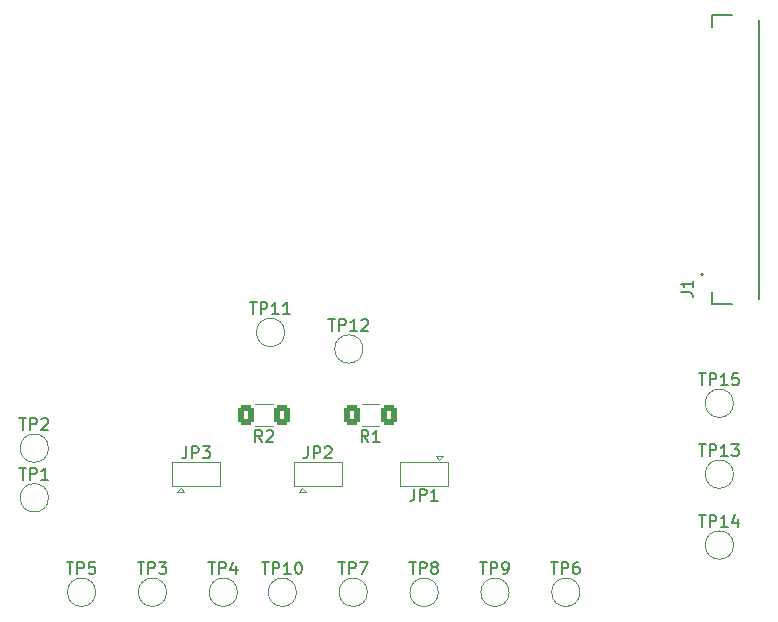
<source format=gto>
G04 #@! TF.GenerationSoftware,KiCad,Pcbnew,8.0.1*
G04 #@! TF.CreationDate,2024-04-26T23:06:05-04:00*
G04 #@! TF.ProjectId,eDP adapter,65445020-6164-4617-9074-65722e6b6963,rev?*
G04 #@! TF.SameCoordinates,Original*
G04 #@! TF.FileFunction,Legend,Top*
G04 #@! TF.FilePolarity,Positive*
%FSLAX46Y46*%
G04 Gerber Fmt 4.6, Leading zero omitted, Abs format (unit mm)*
G04 Created by KiCad (PCBNEW 8.0.1) date 2024-04-26 23:06:05*
%MOMM*%
%LPD*%
G01*
G04 APERTURE LIST*
G04 Aperture macros list*
%AMRoundRect*
0 Rectangle with rounded corners*
0 $1 Rounding radius*
0 $2 $3 $4 $5 $6 $7 $8 $9 X,Y pos of 4 corners*
0 Add a 4 corners polygon primitive as box body*
4,1,4,$2,$3,$4,$5,$6,$7,$8,$9,$2,$3,0*
0 Add four circle primitives for the rounded corners*
1,1,$1+$1,$2,$3*
1,1,$1+$1,$4,$5*
1,1,$1+$1,$6,$7*
1,1,$1+$1,$8,$9*
0 Add four rect primitives between the rounded corners*
20,1,$1+$1,$2,$3,$4,$5,0*
20,1,$1+$1,$4,$5,$6,$7,0*
20,1,$1+$1,$6,$7,$8,$9,0*
20,1,$1+$1,$8,$9,$2,$3,0*%
G04 Aperture macros list end*
%ADD10C,0.150000*%
%ADD11C,0.120000*%
%ADD12C,0.127000*%
%ADD13C,0.200000*%
%ADD14C,2.000000*%
%ADD15R,1.000000X1.500000*%
%ADD16R,0.900000X0.250000*%
%ADD17R,0.900000X0.550000*%
%ADD18R,1.900000X1.400000*%
%ADD19RoundRect,0.250000X0.400000X0.625000X-0.400000X0.625000X-0.400000X-0.625000X0.400000X-0.625000X0*%
G04 APERTURE END LIST*
D10*
X91261905Y-113456819D02*
X91833333Y-113456819D01*
X91547619Y-114456819D02*
X91547619Y-113456819D01*
X92166667Y-114456819D02*
X92166667Y-113456819D01*
X92166667Y-113456819D02*
X92547619Y-113456819D01*
X92547619Y-113456819D02*
X92642857Y-113504438D01*
X92642857Y-113504438D02*
X92690476Y-113552057D01*
X92690476Y-113552057D02*
X92738095Y-113647295D01*
X92738095Y-113647295D02*
X92738095Y-113790152D01*
X92738095Y-113790152D02*
X92690476Y-113885390D01*
X92690476Y-113885390D02*
X92642857Y-113933009D01*
X92642857Y-113933009D02*
X92547619Y-113980628D01*
X92547619Y-113980628D02*
X92166667Y-113980628D01*
X93690476Y-114456819D02*
X93119048Y-114456819D01*
X93404762Y-114456819D02*
X93404762Y-113456819D01*
X93404762Y-113456819D02*
X93309524Y-113599676D01*
X93309524Y-113599676D02*
X93214286Y-113694914D01*
X93214286Y-113694914D02*
X93119048Y-113742533D01*
X94642857Y-114456819D02*
X94071429Y-114456819D01*
X94357143Y-114456819D02*
X94357143Y-113456819D01*
X94357143Y-113456819D02*
X94261905Y-113599676D01*
X94261905Y-113599676D02*
X94166667Y-113694914D01*
X94166667Y-113694914D02*
X94071429Y-113742533D01*
X96166666Y-125654819D02*
X96166666Y-126369104D01*
X96166666Y-126369104D02*
X96119047Y-126511961D01*
X96119047Y-126511961D02*
X96023809Y-126607200D01*
X96023809Y-126607200D02*
X95880952Y-126654819D01*
X95880952Y-126654819D02*
X95785714Y-126654819D01*
X96642857Y-126654819D02*
X96642857Y-125654819D01*
X96642857Y-125654819D02*
X97023809Y-125654819D01*
X97023809Y-125654819D02*
X97119047Y-125702438D01*
X97119047Y-125702438D02*
X97166666Y-125750057D01*
X97166666Y-125750057D02*
X97214285Y-125845295D01*
X97214285Y-125845295D02*
X97214285Y-125988152D01*
X97214285Y-125988152D02*
X97166666Y-126083390D01*
X97166666Y-126083390D02*
X97119047Y-126131009D01*
X97119047Y-126131009D02*
X97023809Y-126178628D01*
X97023809Y-126178628D02*
X96642857Y-126178628D01*
X97595238Y-125750057D02*
X97642857Y-125702438D01*
X97642857Y-125702438D02*
X97738095Y-125654819D01*
X97738095Y-125654819D02*
X97976190Y-125654819D01*
X97976190Y-125654819D02*
X98071428Y-125702438D01*
X98071428Y-125702438D02*
X98119047Y-125750057D01*
X98119047Y-125750057D02*
X98166666Y-125845295D01*
X98166666Y-125845295D02*
X98166666Y-125940533D01*
X98166666Y-125940533D02*
X98119047Y-126083390D01*
X98119047Y-126083390D02*
X97547619Y-126654819D01*
X97547619Y-126654819D02*
X98166666Y-126654819D01*
X129261905Y-119456819D02*
X129833333Y-119456819D01*
X129547619Y-120456819D02*
X129547619Y-119456819D01*
X130166667Y-120456819D02*
X130166667Y-119456819D01*
X130166667Y-119456819D02*
X130547619Y-119456819D01*
X130547619Y-119456819D02*
X130642857Y-119504438D01*
X130642857Y-119504438D02*
X130690476Y-119552057D01*
X130690476Y-119552057D02*
X130738095Y-119647295D01*
X130738095Y-119647295D02*
X130738095Y-119790152D01*
X130738095Y-119790152D02*
X130690476Y-119885390D01*
X130690476Y-119885390D02*
X130642857Y-119933009D01*
X130642857Y-119933009D02*
X130547619Y-119980628D01*
X130547619Y-119980628D02*
X130166667Y-119980628D01*
X131690476Y-120456819D02*
X131119048Y-120456819D01*
X131404762Y-120456819D02*
X131404762Y-119456819D01*
X131404762Y-119456819D02*
X131309524Y-119599676D01*
X131309524Y-119599676D02*
X131214286Y-119694914D01*
X131214286Y-119694914D02*
X131119048Y-119742533D01*
X132595238Y-119456819D02*
X132119048Y-119456819D01*
X132119048Y-119456819D02*
X132071429Y-119933009D01*
X132071429Y-119933009D02*
X132119048Y-119885390D01*
X132119048Y-119885390D02*
X132214286Y-119837771D01*
X132214286Y-119837771D02*
X132452381Y-119837771D01*
X132452381Y-119837771D02*
X132547619Y-119885390D01*
X132547619Y-119885390D02*
X132595238Y-119933009D01*
X132595238Y-119933009D02*
X132642857Y-120028247D01*
X132642857Y-120028247D02*
X132642857Y-120266342D01*
X132642857Y-120266342D02*
X132595238Y-120361580D01*
X132595238Y-120361580D02*
X132547619Y-120409200D01*
X132547619Y-120409200D02*
X132452381Y-120456819D01*
X132452381Y-120456819D02*
X132214286Y-120456819D01*
X132214286Y-120456819D02*
X132119048Y-120409200D01*
X132119048Y-120409200D02*
X132071429Y-120361580D01*
X92261905Y-135456819D02*
X92833333Y-135456819D01*
X92547619Y-136456819D02*
X92547619Y-135456819D01*
X93166667Y-136456819D02*
X93166667Y-135456819D01*
X93166667Y-135456819D02*
X93547619Y-135456819D01*
X93547619Y-135456819D02*
X93642857Y-135504438D01*
X93642857Y-135504438D02*
X93690476Y-135552057D01*
X93690476Y-135552057D02*
X93738095Y-135647295D01*
X93738095Y-135647295D02*
X93738095Y-135790152D01*
X93738095Y-135790152D02*
X93690476Y-135885390D01*
X93690476Y-135885390D02*
X93642857Y-135933009D01*
X93642857Y-135933009D02*
X93547619Y-135980628D01*
X93547619Y-135980628D02*
X93166667Y-135980628D01*
X94690476Y-136456819D02*
X94119048Y-136456819D01*
X94404762Y-136456819D02*
X94404762Y-135456819D01*
X94404762Y-135456819D02*
X94309524Y-135599676D01*
X94309524Y-135599676D02*
X94214286Y-135694914D01*
X94214286Y-135694914D02*
X94119048Y-135742533D01*
X95309524Y-135456819D02*
X95404762Y-135456819D01*
X95404762Y-135456819D02*
X95500000Y-135504438D01*
X95500000Y-135504438D02*
X95547619Y-135552057D01*
X95547619Y-135552057D02*
X95595238Y-135647295D01*
X95595238Y-135647295D02*
X95642857Y-135837771D01*
X95642857Y-135837771D02*
X95642857Y-136075866D01*
X95642857Y-136075866D02*
X95595238Y-136266342D01*
X95595238Y-136266342D02*
X95547619Y-136361580D01*
X95547619Y-136361580D02*
X95500000Y-136409200D01*
X95500000Y-136409200D02*
X95404762Y-136456819D01*
X95404762Y-136456819D02*
X95309524Y-136456819D01*
X95309524Y-136456819D02*
X95214286Y-136409200D01*
X95214286Y-136409200D02*
X95166667Y-136361580D01*
X95166667Y-136361580D02*
X95119048Y-136266342D01*
X95119048Y-136266342D02*
X95071429Y-136075866D01*
X95071429Y-136075866D02*
X95071429Y-135837771D01*
X95071429Y-135837771D02*
X95119048Y-135647295D01*
X95119048Y-135647295D02*
X95166667Y-135552057D01*
X95166667Y-135552057D02*
X95214286Y-135504438D01*
X95214286Y-135504438D02*
X95309524Y-135456819D01*
X105166666Y-129254819D02*
X105166666Y-129969104D01*
X105166666Y-129969104D02*
X105119047Y-130111961D01*
X105119047Y-130111961D02*
X105023809Y-130207200D01*
X105023809Y-130207200D02*
X104880952Y-130254819D01*
X104880952Y-130254819D02*
X104785714Y-130254819D01*
X105642857Y-130254819D02*
X105642857Y-129254819D01*
X105642857Y-129254819D02*
X106023809Y-129254819D01*
X106023809Y-129254819D02*
X106119047Y-129302438D01*
X106119047Y-129302438D02*
X106166666Y-129350057D01*
X106166666Y-129350057D02*
X106214285Y-129445295D01*
X106214285Y-129445295D02*
X106214285Y-129588152D01*
X106214285Y-129588152D02*
X106166666Y-129683390D01*
X106166666Y-129683390D02*
X106119047Y-129731009D01*
X106119047Y-129731009D02*
X106023809Y-129778628D01*
X106023809Y-129778628D02*
X105642857Y-129778628D01*
X107166666Y-130254819D02*
X106595238Y-130254819D01*
X106880952Y-130254819D02*
X106880952Y-129254819D01*
X106880952Y-129254819D02*
X106785714Y-129397676D01*
X106785714Y-129397676D02*
X106690476Y-129492914D01*
X106690476Y-129492914D02*
X106595238Y-129540533D01*
X127739819Y-112608333D02*
X128454104Y-112608333D01*
X128454104Y-112608333D02*
X128596961Y-112655952D01*
X128596961Y-112655952D02*
X128692200Y-112751190D01*
X128692200Y-112751190D02*
X128739819Y-112894047D01*
X128739819Y-112894047D02*
X128739819Y-112989285D01*
X128739819Y-111608333D02*
X128739819Y-112179761D01*
X128739819Y-111894047D02*
X127739819Y-111894047D01*
X127739819Y-111894047D02*
X127882676Y-111989285D01*
X127882676Y-111989285D02*
X127977914Y-112084523D01*
X127977914Y-112084523D02*
X128025533Y-112179761D01*
X75738095Y-135456819D02*
X76309523Y-135456819D01*
X76023809Y-136456819D02*
X76023809Y-135456819D01*
X76642857Y-136456819D02*
X76642857Y-135456819D01*
X76642857Y-135456819D02*
X77023809Y-135456819D01*
X77023809Y-135456819D02*
X77119047Y-135504438D01*
X77119047Y-135504438D02*
X77166666Y-135552057D01*
X77166666Y-135552057D02*
X77214285Y-135647295D01*
X77214285Y-135647295D02*
X77214285Y-135790152D01*
X77214285Y-135790152D02*
X77166666Y-135885390D01*
X77166666Y-135885390D02*
X77119047Y-135933009D01*
X77119047Y-135933009D02*
X77023809Y-135980628D01*
X77023809Y-135980628D02*
X76642857Y-135980628D01*
X78119047Y-135456819D02*
X77642857Y-135456819D01*
X77642857Y-135456819D02*
X77595238Y-135933009D01*
X77595238Y-135933009D02*
X77642857Y-135885390D01*
X77642857Y-135885390D02*
X77738095Y-135837771D01*
X77738095Y-135837771D02*
X77976190Y-135837771D01*
X77976190Y-135837771D02*
X78071428Y-135885390D01*
X78071428Y-135885390D02*
X78119047Y-135933009D01*
X78119047Y-135933009D02*
X78166666Y-136028247D01*
X78166666Y-136028247D02*
X78166666Y-136266342D01*
X78166666Y-136266342D02*
X78119047Y-136361580D01*
X78119047Y-136361580D02*
X78071428Y-136409200D01*
X78071428Y-136409200D02*
X77976190Y-136456819D01*
X77976190Y-136456819D02*
X77738095Y-136456819D01*
X77738095Y-136456819D02*
X77642857Y-136409200D01*
X77642857Y-136409200D02*
X77595238Y-136361580D01*
X129261905Y-131456819D02*
X129833333Y-131456819D01*
X129547619Y-132456819D02*
X129547619Y-131456819D01*
X130166667Y-132456819D02*
X130166667Y-131456819D01*
X130166667Y-131456819D02*
X130547619Y-131456819D01*
X130547619Y-131456819D02*
X130642857Y-131504438D01*
X130642857Y-131504438D02*
X130690476Y-131552057D01*
X130690476Y-131552057D02*
X130738095Y-131647295D01*
X130738095Y-131647295D02*
X130738095Y-131790152D01*
X130738095Y-131790152D02*
X130690476Y-131885390D01*
X130690476Y-131885390D02*
X130642857Y-131933009D01*
X130642857Y-131933009D02*
X130547619Y-131980628D01*
X130547619Y-131980628D02*
X130166667Y-131980628D01*
X131690476Y-132456819D02*
X131119048Y-132456819D01*
X131404762Y-132456819D02*
X131404762Y-131456819D01*
X131404762Y-131456819D02*
X131309524Y-131599676D01*
X131309524Y-131599676D02*
X131214286Y-131694914D01*
X131214286Y-131694914D02*
X131119048Y-131742533D01*
X132547619Y-131790152D02*
X132547619Y-132456819D01*
X132309524Y-131409200D02*
X132071429Y-132123485D01*
X132071429Y-132123485D02*
X132690476Y-132123485D01*
X129261905Y-125456819D02*
X129833333Y-125456819D01*
X129547619Y-126456819D02*
X129547619Y-125456819D01*
X130166667Y-126456819D02*
X130166667Y-125456819D01*
X130166667Y-125456819D02*
X130547619Y-125456819D01*
X130547619Y-125456819D02*
X130642857Y-125504438D01*
X130642857Y-125504438D02*
X130690476Y-125552057D01*
X130690476Y-125552057D02*
X130738095Y-125647295D01*
X130738095Y-125647295D02*
X130738095Y-125790152D01*
X130738095Y-125790152D02*
X130690476Y-125885390D01*
X130690476Y-125885390D02*
X130642857Y-125933009D01*
X130642857Y-125933009D02*
X130547619Y-125980628D01*
X130547619Y-125980628D02*
X130166667Y-125980628D01*
X131690476Y-126456819D02*
X131119048Y-126456819D01*
X131404762Y-126456819D02*
X131404762Y-125456819D01*
X131404762Y-125456819D02*
X131309524Y-125599676D01*
X131309524Y-125599676D02*
X131214286Y-125694914D01*
X131214286Y-125694914D02*
X131119048Y-125742533D01*
X132023810Y-125456819D02*
X132642857Y-125456819D01*
X132642857Y-125456819D02*
X132309524Y-125837771D01*
X132309524Y-125837771D02*
X132452381Y-125837771D01*
X132452381Y-125837771D02*
X132547619Y-125885390D01*
X132547619Y-125885390D02*
X132595238Y-125933009D01*
X132595238Y-125933009D02*
X132642857Y-126028247D01*
X132642857Y-126028247D02*
X132642857Y-126266342D01*
X132642857Y-126266342D02*
X132595238Y-126361580D01*
X132595238Y-126361580D02*
X132547619Y-126409200D01*
X132547619Y-126409200D02*
X132452381Y-126456819D01*
X132452381Y-126456819D02*
X132166667Y-126456819D01*
X132166667Y-126456819D02*
X132071429Y-126409200D01*
X132071429Y-126409200D02*
X132023810Y-126361580D01*
X81738095Y-135456819D02*
X82309523Y-135456819D01*
X82023809Y-136456819D02*
X82023809Y-135456819D01*
X82642857Y-136456819D02*
X82642857Y-135456819D01*
X82642857Y-135456819D02*
X83023809Y-135456819D01*
X83023809Y-135456819D02*
X83119047Y-135504438D01*
X83119047Y-135504438D02*
X83166666Y-135552057D01*
X83166666Y-135552057D02*
X83214285Y-135647295D01*
X83214285Y-135647295D02*
X83214285Y-135790152D01*
X83214285Y-135790152D02*
X83166666Y-135885390D01*
X83166666Y-135885390D02*
X83119047Y-135933009D01*
X83119047Y-135933009D02*
X83023809Y-135980628D01*
X83023809Y-135980628D02*
X82642857Y-135980628D01*
X83547619Y-135456819D02*
X84166666Y-135456819D01*
X84166666Y-135456819D02*
X83833333Y-135837771D01*
X83833333Y-135837771D02*
X83976190Y-135837771D01*
X83976190Y-135837771D02*
X84071428Y-135885390D01*
X84071428Y-135885390D02*
X84119047Y-135933009D01*
X84119047Y-135933009D02*
X84166666Y-136028247D01*
X84166666Y-136028247D02*
X84166666Y-136266342D01*
X84166666Y-136266342D02*
X84119047Y-136361580D01*
X84119047Y-136361580D02*
X84071428Y-136409200D01*
X84071428Y-136409200D02*
X83976190Y-136456819D01*
X83976190Y-136456819D02*
X83690476Y-136456819D01*
X83690476Y-136456819D02*
X83595238Y-136409200D01*
X83595238Y-136409200D02*
X83547619Y-136361580D01*
X85866666Y-125654819D02*
X85866666Y-126369104D01*
X85866666Y-126369104D02*
X85819047Y-126511961D01*
X85819047Y-126511961D02*
X85723809Y-126607200D01*
X85723809Y-126607200D02*
X85580952Y-126654819D01*
X85580952Y-126654819D02*
X85485714Y-126654819D01*
X86342857Y-126654819D02*
X86342857Y-125654819D01*
X86342857Y-125654819D02*
X86723809Y-125654819D01*
X86723809Y-125654819D02*
X86819047Y-125702438D01*
X86819047Y-125702438D02*
X86866666Y-125750057D01*
X86866666Y-125750057D02*
X86914285Y-125845295D01*
X86914285Y-125845295D02*
X86914285Y-125988152D01*
X86914285Y-125988152D02*
X86866666Y-126083390D01*
X86866666Y-126083390D02*
X86819047Y-126131009D01*
X86819047Y-126131009D02*
X86723809Y-126178628D01*
X86723809Y-126178628D02*
X86342857Y-126178628D01*
X87247619Y-125654819D02*
X87866666Y-125654819D01*
X87866666Y-125654819D02*
X87533333Y-126035771D01*
X87533333Y-126035771D02*
X87676190Y-126035771D01*
X87676190Y-126035771D02*
X87771428Y-126083390D01*
X87771428Y-126083390D02*
X87819047Y-126131009D01*
X87819047Y-126131009D02*
X87866666Y-126226247D01*
X87866666Y-126226247D02*
X87866666Y-126464342D01*
X87866666Y-126464342D02*
X87819047Y-126559580D01*
X87819047Y-126559580D02*
X87771428Y-126607200D01*
X87771428Y-126607200D02*
X87676190Y-126654819D01*
X87676190Y-126654819D02*
X87390476Y-126654819D01*
X87390476Y-126654819D02*
X87295238Y-126607200D01*
X87295238Y-126607200D02*
X87247619Y-126559580D01*
X71738095Y-123256819D02*
X72309523Y-123256819D01*
X72023809Y-124256819D02*
X72023809Y-123256819D01*
X72642857Y-124256819D02*
X72642857Y-123256819D01*
X72642857Y-123256819D02*
X73023809Y-123256819D01*
X73023809Y-123256819D02*
X73119047Y-123304438D01*
X73119047Y-123304438D02*
X73166666Y-123352057D01*
X73166666Y-123352057D02*
X73214285Y-123447295D01*
X73214285Y-123447295D02*
X73214285Y-123590152D01*
X73214285Y-123590152D02*
X73166666Y-123685390D01*
X73166666Y-123685390D02*
X73119047Y-123733009D01*
X73119047Y-123733009D02*
X73023809Y-123780628D01*
X73023809Y-123780628D02*
X72642857Y-123780628D01*
X73595238Y-123352057D02*
X73642857Y-123304438D01*
X73642857Y-123304438D02*
X73738095Y-123256819D01*
X73738095Y-123256819D02*
X73976190Y-123256819D01*
X73976190Y-123256819D02*
X74071428Y-123304438D01*
X74071428Y-123304438D02*
X74119047Y-123352057D01*
X74119047Y-123352057D02*
X74166666Y-123447295D01*
X74166666Y-123447295D02*
X74166666Y-123542533D01*
X74166666Y-123542533D02*
X74119047Y-123685390D01*
X74119047Y-123685390D02*
X73547619Y-124256819D01*
X73547619Y-124256819D02*
X74166666Y-124256819D01*
X87738095Y-135456819D02*
X88309523Y-135456819D01*
X88023809Y-136456819D02*
X88023809Y-135456819D01*
X88642857Y-136456819D02*
X88642857Y-135456819D01*
X88642857Y-135456819D02*
X89023809Y-135456819D01*
X89023809Y-135456819D02*
X89119047Y-135504438D01*
X89119047Y-135504438D02*
X89166666Y-135552057D01*
X89166666Y-135552057D02*
X89214285Y-135647295D01*
X89214285Y-135647295D02*
X89214285Y-135790152D01*
X89214285Y-135790152D02*
X89166666Y-135885390D01*
X89166666Y-135885390D02*
X89119047Y-135933009D01*
X89119047Y-135933009D02*
X89023809Y-135980628D01*
X89023809Y-135980628D02*
X88642857Y-135980628D01*
X90071428Y-135790152D02*
X90071428Y-136456819D01*
X89833333Y-135409200D02*
X89595238Y-136123485D01*
X89595238Y-136123485D02*
X90214285Y-136123485D01*
X97891905Y-114856819D02*
X98463333Y-114856819D01*
X98177619Y-115856819D02*
X98177619Y-114856819D01*
X98796667Y-115856819D02*
X98796667Y-114856819D01*
X98796667Y-114856819D02*
X99177619Y-114856819D01*
X99177619Y-114856819D02*
X99272857Y-114904438D01*
X99272857Y-114904438D02*
X99320476Y-114952057D01*
X99320476Y-114952057D02*
X99368095Y-115047295D01*
X99368095Y-115047295D02*
X99368095Y-115190152D01*
X99368095Y-115190152D02*
X99320476Y-115285390D01*
X99320476Y-115285390D02*
X99272857Y-115333009D01*
X99272857Y-115333009D02*
X99177619Y-115380628D01*
X99177619Y-115380628D02*
X98796667Y-115380628D01*
X100320476Y-115856819D02*
X99749048Y-115856819D01*
X100034762Y-115856819D02*
X100034762Y-114856819D01*
X100034762Y-114856819D02*
X99939524Y-114999676D01*
X99939524Y-114999676D02*
X99844286Y-115094914D01*
X99844286Y-115094914D02*
X99749048Y-115142533D01*
X100701429Y-114952057D02*
X100749048Y-114904438D01*
X100749048Y-114904438D02*
X100844286Y-114856819D01*
X100844286Y-114856819D02*
X101082381Y-114856819D01*
X101082381Y-114856819D02*
X101177619Y-114904438D01*
X101177619Y-114904438D02*
X101225238Y-114952057D01*
X101225238Y-114952057D02*
X101272857Y-115047295D01*
X101272857Y-115047295D02*
X101272857Y-115142533D01*
X101272857Y-115142533D02*
X101225238Y-115285390D01*
X101225238Y-115285390D02*
X100653810Y-115856819D01*
X100653810Y-115856819D02*
X101272857Y-115856819D01*
X98738095Y-135456819D02*
X99309523Y-135456819D01*
X99023809Y-136456819D02*
X99023809Y-135456819D01*
X99642857Y-136456819D02*
X99642857Y-135456819D01*
X99642857Y-135456819D02*
X100023809Y-135456819D01*
X100023809Y-135456819D02*
X100119047Y-135504438D01*
X100119047Y-135504438D02*
X100166666Y-135552057D01*
X100166666Y-135552057D02*
X100214285Y-135647295D01*
X100214285Y-135647295D02*
X100214285Y-135790152D01*
X100214285Y-135790152D02*
X100166666Y-135885390D01*
X100166666Y-135885390D02*
X100119047Y-135933009D01*
X100119047Y-135933009D02*
X100023809Y-135980628D01*
X100023809Y-135980628D02*
X99642857Y-135980628D01*
X100547619Y-135456819D02*
X101214285Y-135456819D01*
X101214285Y-135456819D02*
X100785714Y-136456819D01*
X92283333Y-125274819D02*
X91950000Y-124798628D01*
X91711905Y-125274819D02*
X91711905Y-124274819D01*
X91711905Y-124274819D02*
X92092857Y-124274819D01*
X92092857Y-124274819D02*
X92188095Y-124322438D01*
X92188095Y-124322438D02*
X92235714Y-124370057D01*
X92235714Y-124370057D02*
X92283333Y-124465295D01*
X92283333Y-124465295D02*
X92283333Y-124608152D01*
X92283333Y-124608152D02*
X92235714Y-124703390D01*
X92235714Y-124703390D02*
X92188095Y-124751009D01*
X92188095Y-124751009D02*
X92092857Y-124798628D01*
X92092857Y-124798628D02*
X91711905Y-124798628D01*
X92664286Y-124370057D02*
X92711905Y-124322438D01*
X92711905Y-124322438D02*
X92807143Y-124274819D01*
X92807143Y-124274819D02*
X93045238Y-124274819D01*
X93045238Y-124274819D02*
X93140476Y-124322438D01*
X93140476Y-124322438D02*
X93188095Y-124370057D01*
X93188095Y-124370057D02*
X93235714Y-124465295D01*
X93235714Y-124465295D02*
X93235714Y-124560533D01*
X93235714Y-124560533D02*
X93188095Y-124703390D01*
X93188095Y-124703390D02*
X92616667Y-125274819D01*
X92616667Y-125274819D02*
X93235714Y-125274819D01*
X116738095Y-135456819D02*
X117309523Y-135456819D01*
X117023809Y-136456819D02*
X117023809Y-135456819D01*
X117642857Y-136456819D02*
X117642857Y-135456819D01*
X117642857Y-135456819D02*
X118023809Y-135456819D01*
X118023809Y-135456819D02*
X118119047Y-135504438D01*
X118119047Y-135504438D02*
X118166666Y-135552057D01*
X118166666Y-135552057D02*
X118214285Y-135647295D01*
X118214285Y-135647295D02*
X118214285Y-135790152D01*
X118214285Y-135790152D02*
X118166666Y-135885390D01*
X118166666Y-135885390D02*
X118119047Y-135933009D01*
X118119047Y-135933009D02*
X118023809Y-135980628D01*
X118023809Y-135980628D02*
X117642857Y-135980628D01*
X119071428Y-135456819D02*
X118880952Y-135456819D01*
X118880952Y-135456819D02*
X118785714Y-135504438D01*
X118785714Y-135504438D02*
X118738095Y-135552057D01*
X118738095Y-135552057D02*
X118642857Y-135694914D01*
X118642857Y-135694914D02*
X118595238Y-135885390D01*
X118595238Y-135885390D02*
X118595238Y-136266342D01*
X118595238Y-136266342D02*
X118642857Y-136361580D01*
X118642857Y-136361580D02*
X118690476Y-136409200D01*
X118690476Y-136409200D02*
X118785714Y-136456819D01*
X118785714Y-136456819D02*
X118976190Y-136456819D01*
X118976190Y-136456819D02*
X119071428Y-136409200D01*
X119071428Y-136409200D02*
X119119047Y-136361580D01*
X119119047Y-136361580D02*
X119166666Y-136266342D01*
X119166666Y-136266342D02*
X119166666Y-136028247D01*
X119166666Y-136028247D02*
X119119047Y-135933009D01*
X119119047Y-135933009D02*
X119071428Y-135885390D01*
X119071428Y-135885390D02*
X118976190Y-135837771D01*
X118976190Y-135837771D02*
X118785714Y-135837771D01*
X118785714Y-135837771D02*
X118690476Y-135885390D01*
X118690476Y-135885390D02*
X118642857Y-135933009D01*
X118642857Y-135933009D02*
X118595238Y-136028247D01*
X110738095Y-135456819D02*
X111309523Y-135456819D01*
X111023809Y-136456819D02*
X111023809Y-135456819D01*
X111642857Y-136456819D02*
X111642857Y-135456819D01*
X111642857Y-135456819D02*
X112023809Y-135456819D01*
X112023809Y-135456819D02*
X112119047Y-135504438D01*
X112119047Y-135504438D02*
X112166666Y-135552057D01*
X112166666Y-135552057D02*
X112214285Y-135647295D01*
X112214285Y-135647295D02*
X112214285Y-135790152D01*
X112214285Y-135790152D02*
X112166666Y-135885390D01*
X112166666Y-135885390D02*
X112119047Y-135933009D01*
X112119047Y-135933009D02*
X112023809Y-135980628D01*
X112023809Y-135980628D02*
X111642857Y-135980628D01*
X112690476Y-136456819D02*
X112880952Y-136456819D01*
X112880952Y-136456819D02*
X112976190Y-136409200D01*
X112976190Y-136409200D02*
X113023809Y-136361580D01*
X113023809Y-136361580D02*
X113119047Y-136218723D01*
X113119047Y-136218723D02*
X113166666Y-136028247D01*
X113166666Y-136028247D02*
X113166666Y-135647295D01*
X113166666Y-135647295D02*
X113119047Y-135552057D01*
X113119047Y-135552057D02*
X113071428Y-135504438D01*
X113071428Y-135504438D02*
X112976190Y-135456819D01*
X112976190Y-135456819D02*
X112785714Y-135456819D01*
X112785714Y-135456819D02*
X112690476Y-135504438D01*
X112690476Y-135504438D02*
X112642857Y-135552057D01*
X112642857Y-135552057D02*
X112595238Y-135647295D01*
X112595238Y-135647295D02*
X112595238Y-135885390D01*
X112595238Y-135885390D02*
X112642857Y-135980628D01*
X112642857Y-135980628D02*
X112690476Y-136028247D01*
X112690476Y-136028247D02*
X112785714Y-136075866D01*
X112785714Y-136075866D02*
X112976190Y-136075866D01*
X112976190Y-136075866D02*
X113071428Y-136028247D01*
X113071428Y-136028247D02*
X113119047Y-135980628D01*
X113119047Y-135980628D02*
X113166666Y-135885390D01*
X101283333Y-125274819D02*
X100950000Y-124798628D01*
X100711905Y-125274819D02*
X100711905Y-124274819D01*
X100711905Y-124274819D02*
X101092857Y-124274819D01*
X101092857Y-124274819D02*
X101188095Y-124322438D01*
X101188095Y-124322438D02*
X101235714Y-124370057D01*
X101235714Y-124370057D02*
X101283333Y-124465295D01*
X101283333Y-124465295D02*
X101283333Y-124608152D01*
X101283333Y-124608152D02*
X101235714Y-124703390D01*
X101235714Y-124703390D02*
X101188095Y-124751009D01*
X101188095Y-124751009D02*
X101092857Y-124798628D01*
X101092857Y-124798628D02*
X100711905Y-124798628D01*
X102235714Y-125274819D02*
X101664286Y-125274819D01*
X101950000Y-125274819D02*
X101950000Y-124274819D01*
X101950000Y-124274819D02*
X101854762Y-124417676D01*
X101854762Y-124417676D02*
X101759524Y-124512914D01*
X101759524Y-124512914D02*
X101664286Y-124560533D01*
X104738095Y-135456819D02*
X105309523Y-135456819D01*
X105023809Y-136456819D02*
X105023809Y-135456819D01*
X105642857Y-136456819D02*
X105642857Y-135456819D01*
X105642857Y-135456819D02*
X106023809Y-135456819D01*
X106023809Y-135456819D02*
X106119047Y-135504438D01*
X106119047Y-135504438D02*
X106166666Y-135552057D01*
X106166666Y-135552057D02*
X106214285Y-135647295D01*
X106214285Y-135647295D02*
X106214285Y-135790152D01*
X106214285Y-135790152D02*
X106166666Y-135885390D01*
X106166666Y-135885390D02*
X106119047Y-135933009D01*
X106119047Y-135933009D02*
X106023809Y-135980628D01*
X106023809Y-135980628D02*
X105642857Y-135980628D01*
X106785714Y-135885390D02*
X106690476Y-135837771D01*
X106690476Y-135837771D02*
X106642857Y-135790152D01*
X106642857Y-135790152D02*
X106595238Y-135694914D01*
X106595238Y-135694914D02*
X106595238Y-135647295D01*
X106595238Y-135647295D02*
X106642857Y-135552057D01*
X106642857Y-135552057D02*
X106690476Y-135504438D01*
X106690476Y-135504438D02*
X106785714Y-135456819D01*
X106785714Y-135456819D02*
X106976190Y-135456819D01*
X106976190Y-135456819D02*
X107071428Y-135504438D01*
X107071428Y-135504438D02*
X107119047Y-135552057D01*
X107119047Y-135552057D02*
X107166666Y-135647295D01*
X107166666Y-135647295D02*
X107166666Y-135694914D01*
X107166666Y-135694914D02*
X107119047Y-135790152D01*
X107119047Y-135790152D02*
X107071428Y-135837771D01*
X107071428Y-135837771D02*
X106976190Y-135885390D01*
X106976190Y-135885390D02*
X106785714Y-135885390D01*
X106785714Y-135885390D02*
X106690476Y-135933009D01*
X106690476Y-135933009D02*
X106642857Y-135980628D01*
X106642857Y-135980628D02*
X106595238Y-136075866D01*
X106595238Y-136075866D02*
X106595238Y-136266342D01*
X106595238Y-136266342D02*
X106642857Y-136361580D01*
X106642857Y-136361580D02*
X106690476Y-136409200D01*
X106690476Y-136409200D02*
X106785714Y-136456819D01*
X106785714Y-136456819D02*
X106976190Y-136456819D01*
X106976190Y-136456819D02*
X107071428Y-136409200D01*
X107071428Y-136409200D02*
X107119047Y-136361580D01*
X107119047Y-136361580D02*
X107166666Y-136266342D01*
X107166666Y-136266342D02*
X107166666Y-136075866D01*
X107166666Y-136075866D02*
X107119047Y-135980628D01*
X107119047Y-135980628D02*
X107071428Y-135933009D01*
X107071428Y-135933009D02*
X106976190Y-135885390D01*
X71738095Y-127456819D02*
X72309523Y-127456819D01*
X72023809Y-128456819D02*
X72023809Y-127456819D01*
X72642857Y-128456819D02*
X72642857Y-127456819D01*
X72642857Y-127456819D02*
X73023809Y-127456819D01*
X73023809Y-127456819D02*
X73119047Y-127504438D01*
X73119047Y-127504438D02*
X73166666Y-127552057D01*
X73166666Y-127552057D02*
X73214285Y-127647295D01*
X73214285Y-127647295D02*
X73214285Y-127790152D01*
X73214285Y-127790152D02*
X73166666Y-127885390D01*
X73166666Y-127885390D02*
X73119047Y-127933009D01*
X73119047Y-127933009D02*
X73023809Y-127980628D01*
X73023809Y-127980628D02*
X72642857Y-127980628D01*
X74166666Y-128456819D02*
X73595238Y-128456819D01*
X73880952Y-128456819D02*
X73880952Y-127456819D01*
X73880952Y-127456819D02*
X73785714Y-127599676D01*
X73785714Y-127599676D02*
X73690476Y-127694914D01*
X73690476Y-127694914D02*
X73595238Y-127742533D01*
D11*
X94200000Y-116000000D02*
G75*
G02*
X91800000Y-116000000I-1200000J0D01*
G01*
X91800000Y-116000000D02*
G75*
G02*
X94200000Y-116000000I1200000J0D01*
G01*
X94950000Y-127000000D02*
X99050000Y-127000000D01*
X94950000Y-129000000D02*
X94950000Y-127000000D01*
X95400000Y-129500000D02*
X96000000Y-129500000D01*
X95700000Y-129200000D02*
X95400000Y-129500000D01*
X95700000Y-129200000D02*
X96000000Y-129500000D01*
X99050000Y-127000000D02*
X99050000Y-129000000D01*
X99050000Y-129000000D02*
X94950000Y-129000000D01*
X132200000Y-122000000D02*
G75*
G02*
X129800000Y-122000000I-1200000J0D01*
G01*
X129800000Y-122000000D02*
G75*
G02*
X132200000Y-122000000I1200000J0D01*
G01*
X95200000Y-138000000D02*
G75*
G02*
X92800000Y-138000000I-1200000J0D01*
G01*
X92800000Y-138000000D02*
G75*
G02*
X95200000Y-138000000I1200000J0D01*
G01*
X103950000Y-127000000D02*
X108050000Y-127000000D01*
X103950000Y-129000000D02*
X103950000Y-127000000D01*
X107300000Y-126800000D02*
X107000000Y-126500000D01*
X107300000Y-126800000D02*
X107600000Y-126500000D01*
X107600000Y-126500000D02*
X107000000Y-126500000D01*
X108050000Y-127000000D02*
X108050000Y-129000000D01*
X108050000Y-129000000D02*
X103950000Y-129000000D01*
D12*
X130370000Y-89115000D02*
X132050000Y-89115000D01*
X130370000Y-90100000D02*
X130370000Y-89115000D01*
X130370000Y-113585000D02*
X130370000Y-112600000D01*
X130370000Y-113585000D02*
X132050000Y-113585000D01*
X134320000Y-113150000D02*
X134320000Y-89550000D01*
D13*
X129620000Y-111100000D02*
G75*
G02*
X129420000Y-111100000I-100000J0D01*
G01*
X129420000Y-111100000D02*
G75*
G02*
X129620000Y-111100000I100000J0D01*
G01*
D11*
X78200000Y-138000000D02*
G75*
G02*
X75800000Y-138000000I-1200000J0D01*
G01*
X75800000Y-138000000D02*
G75*
G02*
X78200000Y-138000000I1200000J0D01*
G01*
X132200000Y-134000000D02*
G75*
G02*
X129800000Y-134000000I-1200000J0D01*
G01*
X129800000Y-134000000D02*
G75*
G02*
X132200000Y-134000000I1200000J0D01*
G01*
X132200000Y-128000000D02*
G75*
G02*
X129800000Y-128000000I-1200000J0D01*
G01*
X129800000Y-128000000D02*
G75*
G02*
X132200000Y-128000000I1200000J0D01*
G01*
X84200000Y-138000000D02*
G75*
G02*
X81800000Y-138000000I-1200000J0D01*
G01*
X81800000Y-138000000D02*
G75*
G02*
X84200000Y-138000000I1200000J0D01*
G01*
X84650000Y-127000000D02*
X88750000Y-127000000D01*
X84650000Y-129000000D02*
X84650000Y-127000000D01*
X85100000Y-129500000D02*
X85700000Y-129500000D01*
X85400000Y-129200000D02*
X85100000Y-129500000D01*
X85400000Y-129200000D02*
X85700000Y-129500000D01*
X88750000Y-127000000D02*
X88750000Y-129000000D01*
X88750000Y-129000000D02*
X84650000Y-129000000D01*
X74200000Y-125800000D02*
G75*
G02*
X71800000Y-125800000I-1200000J0D01*
G01*
X71800000Y-125800000D02*
G75*
G02*
X74200000Y-125800000I1200000J0D01*
G01*
X90200000Y-138000000D02*
G75*
G02*
X87800000Y-138000000I-1200000J0D01*
G01*
X87800000Y-138000000D02*
G75*
G02*
X90200000Y-138000000I1200000J0D01*
G01*
X100830000Y-117400000D02*
G75*
G02*
X98430000Y-117400000I-1200000J0D01*
G01*
X98430000Y-117400000D02*
G75*
G02*
X100830000Y-117400000I1200000J0D01*
G01*
X101200000Y-138000000D02*
G75*
G02*
X98800000Y-138000000I-1200000J0D01*
G01*
X98800000Y-138000000D02*
G75*
G02*
X101200000Y-138000000I1200000J0D01*
G01*
X93177064Y-122090000D02*
X91722936Y-122090000D01*
X93177064Y-123910000D02*
X91722936Y-123910000D01*
X119200000Y-138000000D02*
G75*
G02*
X116800000Y-138000000I-1200000J0D01*
G01*
X116800000Y-138000000D02*
G75*
G02*
X119200000Y-138000000I1200000J0D01*
G01*
X113200000Y-138000000D02*
G75*
G02*
X110800000Y-138000000I-1200000J0D01*
G01*
X110800000Y-138000000D02*
G75*
G02*
X113200000Y-138000000I1200000J0D01*
G01*
X102177064Y-122090000D02*
X100722936Y-122090000D01*
X102177064Y-123910000D02*
X100722936Y-123910000D01*
X107200000Y-138000000D02*
G75*
G02*
X104800000Y-138000000I-1200000J0D01*
G01*
X104800000Y-138000000D02*
G75*
G02*
X107200000Y-138000000I1200000J0D01*
G01*
X74200000Y-130000000D02*
G75*
G02*
X71800000Y-130000000I-1200000J0D01*
G01*
X71800000Y-130000000D02*
G75*
G02*
X74200000Y-130000000I1200000J0D01*
G01*
%LPC*%
D14*
X93000000Y-116000000D03*
D15*
X95700000Y-128000000D03*
X97000000Y-128000000D03*
X98300000Y-128000000D03*
D14*
X131000000Y-122000000D03*
X94000000Y-138000000D03*
D15*
X107300000Y-128000000D03*
X106000000Y-128000000D03*
X104700000Y-128000000D03*
D16*
X130500000Y-111100000D03*
X130500000Y-110600000D03*
X130500000Y-110100000D03*
X130500000Y-109600000D03*
X130500000Y-109100000D03*
X130500000Y-108600000D03*
X130500000Y-108100000D03*
X130500000Y-107600000D03*
X130500000Y-107100000D03*
X130500000Y-106600000D03*
X130500000Y-106100000D03*
X130500000Y-105600000D03*
X130500000Y-105100000D03*
X130500000Y-104600000D03*
X130500000Y-104100000D03*
X130500000Y-103600000D03*
X130500000Y-103100000D03*
X130500000Y-102600000D03*
X130500000Y-102100000D03*
X130500000Y-101600000D03*
X130500000Y-101100000D03*
X130500000Y-100600000D03*
X130500000Y-100100000D03*
X130500000Y-99600000D03*
X130500000Y-99100000D03*
X130500000Y-98600000D03*
X130500000Y-98100000D03*
X130500000Y-97600000D03*
X130500000Y-97100000D03*
X130500000Y-96600000D03*
X130500000Y-96100000D03*
X130500000Y-95600000D03*
X130500000Y-95100000D03*
X130500000Y-94600000D03*
X130500000Y-94100000D03*
X130500000Y-93600000D03*
X130500000Y-93100000D03*
X130500000Y-92600000D03*
X130500000Y-92100000D03*
X130500000Y-91600000D03*
D17*
X130500000Y-112000000D03*
D18*
X127680000Y-114200000D03*
X133320000Y-114200000D03*
D17*
X130500000Y-90700000D03*
D18*
X127680000Y-88500000D03*
X133320000Y-88500000D03*
D14*
X77000000Y-138000000D03*
X131000000Y-134000000D03*
X131000000Y-128000000D03*
X83000000Y-138000000D03*
D15*
X85400000Y-128000000D03*
X86700000Y-128000000D03*
X88000000Y-128000000D03*
D14*
X73000000Y-125800000D03*
X89000000Y-138000000D03*
X99630000Y-117400000D03*
X100000000Y-138000000D03*
D19*
X94000000Y-123000000D03*
X90900000Y-123000000D03*
D14*
X118000000Y-138000000D03*
X112000000Y-138000000D03*
D19*
X103000000Y-123000000D03*
X99900000Y-123000000D03*
D14*
X106000000Y-138000000D03*
X73000000Y-130000000D03*
%LPD*%
M02*

</source>
